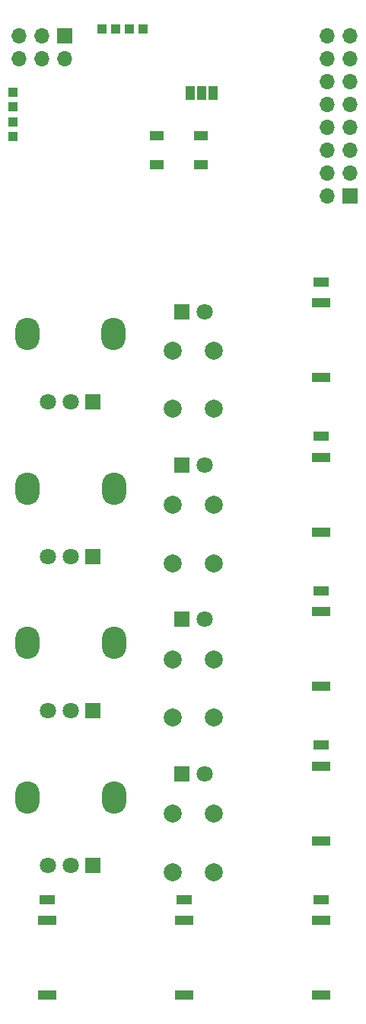
<source format=gbr>
G04 #@! TF.GenerationSoftware,KiCad,Pcbnew,6.0.4+dfsg-1+b1*
G04 #@! TF.CreationDate,2022-05-20T09:30:12+02:00*
G04 #@! TF.ProjectId,demiurge,64656d69-7572-4676-952e-6b696361645f,A*
G04 #@! TF.SameCoordinates,Original*
G04 #@! TF.FileFunction,Soldermask,Bot*
G04 #@! TF.FilePolarity,Negative*
%FSLAX46Y46*%
G04 Gerber Fmt 4.6, Leading zero omitted, Abs format (unit mm)*
G04 Created by KiCad (PCBNEW 6.0.4+dfsg-1+b1) date 2022-05-20 09:30:12*
%MOMM*%
%LPD*%
G01*
G04 APERTURE LIST*
%ADD10R,1.700000X1.700000*%
%ADD11O,1.700000X1.700000*%
%ADD12C,2.000000*%
%ADD13R,1.800000X1.000000*%
%ADD14R,2.000000X1.000000*%
%ADD15R,1.000000X1.500000*%
%ADD16O,2.720000X3.600000*%
%ADD17R,1.800000X1.800000*%
%ADD18C,1.800000*%
%ADD19R,1.000000X1.000000*%
%ADD20R,1.500000X1.000000*%
G04 APERTURE END LIST*
D10*
X114935000Y-70485000D03*
D11*
X112395000Y-70485000D03*
X114935000Y-67945000D03*
X112395000Y-67945000D03*
X114935000Y-65405000D03*
X112395000Y-65405000D03*
X114935000Y-62865000D03*
X112395000Y-62865000D03*
X114935000Y-60325000D03*
X112395000Y-60325000D03*
X114935000Y-57785000D03*
X112395000Y-57785000D03*
X114935000Y-55245000D03*
X112395000Y-55245000D03*
X114935000Y-52705000D03*
X112395000Y-52705000D03*
D10*
X83185000Y-52705000D03*
D11*
X83185000Y-55245000D03*
X80645000Y-52705000D03*
X80645000Y-55245000D03*
X78105000Y-52705000D03*
X78105000Y-55245000D03*
D12*
X95250000Y-104775000D03*
X95250000Y-111275000D03*
X99750000Y-111275000D03*
X99750000Y-104775000D03*
X95250000Y-121920000D03*
X95250000Y-128420000D03*
X99750000Y-121920000D03*
X99750000Y-128420000D03*
D13*
X111760000Y-148590000D03*
D14*
X111760000Y-159225000D03*
X111760000Y-150925000D03*
D13*
X111760000Y-80010000D03*
D14*
X111760000Y-90645000D03*
X111760000Y-82345000D03*
D15*
X97125000Y-59055000D03*
X98425000Y-59055000D03*
X99725000Y-59055000D03*
D12*
X95250000Y-145565000D03*
X95250000Y-139065000D03*
X99750000Y-139065000D03*
X99750000Y-145565000D03*
D13*
X96520000Y-148590000D03*
D14*
X96520000Y-159225000D03*
X96520000Y-150925000D03*
D16*
X79046000Y-85845000D03*
X88646000Y-85845000D03*
D17*
X86346000Y-93345000D03*
D18*
X83846000Y-93345000D03*
X81346000Y-93345000D03*
D16*
X79060000Y-137280000D03*
X88660000Y-137280000D03*
D17*
X86360000Y-144780000D03*
D18*
X83860000Y-144780000D03*
X81360000Y-144780000D03*
D13*
X111760000Y-131445000D03*
D14*
X111760000Y-142080000D03*
X111760000Y-133780000D03*
D13*
X111760000Y-114300000D03*
D14*
X111760000Y-124935000D03*
X111760000Y-116635000D03*
D13*
X111760000Y-97155000D03*
D14*
X111760000Y-107790000D03*
X111760000Y-99490000D03*
D16*
X88660000Y-102990000D03*
X79060000Y-102990000D03*
D17*
X86360000Y-110490000D03*
D18*
X83860000Y-110490000D03*
X81360000Y-110490000D03*
D17*
X96261000Y-83312000D03*
D18*
X98801000Y-83312000D03*
D16*
X79060000Y-120135000D03*
X88660000Y-120135000D03*
D17*
X86360000Y-127635000D03*
D18*
X83860000Y-127635000D03*
X81360000Y-127635000D03*
D12*
X95250000Y-94130000D03*
X95250000Y-87630000D03*
X99750000Y-94130000D03*
X99750000Y-87630000D03*
D13*
X81280000Y-148590000D03*
D14*
X81280000Y-159225000D03*
X81280000Y-150925000D03*
D19*
X77470000Y-62230000D03*
X90424000Y-51943000D03*
X87376000Y-51943000D03*
X77470000Y-63881000D03*
X77470000Y-58928000D03*
X91948000Y-51943000D03*
X77470000Y-60579000D03*
D17*
X96261000Y-100330000D03*
D18*
X98801000Y-100330000D03*
D17*
X96266000Y-134620000D03*
D18*
X98806000Y-134620000D03*
D17*
X96261000Y-117475000D03*
D18*
X98801000Y-117475000D03*
D20*
X93435000Y-67005000D03*
X93435000Y-63805000D03*
X98335000Y-63805000D03*
X98335000Y-67005000D03*
D19*
X88900000Y-51943000D03*
M02*

</source>
